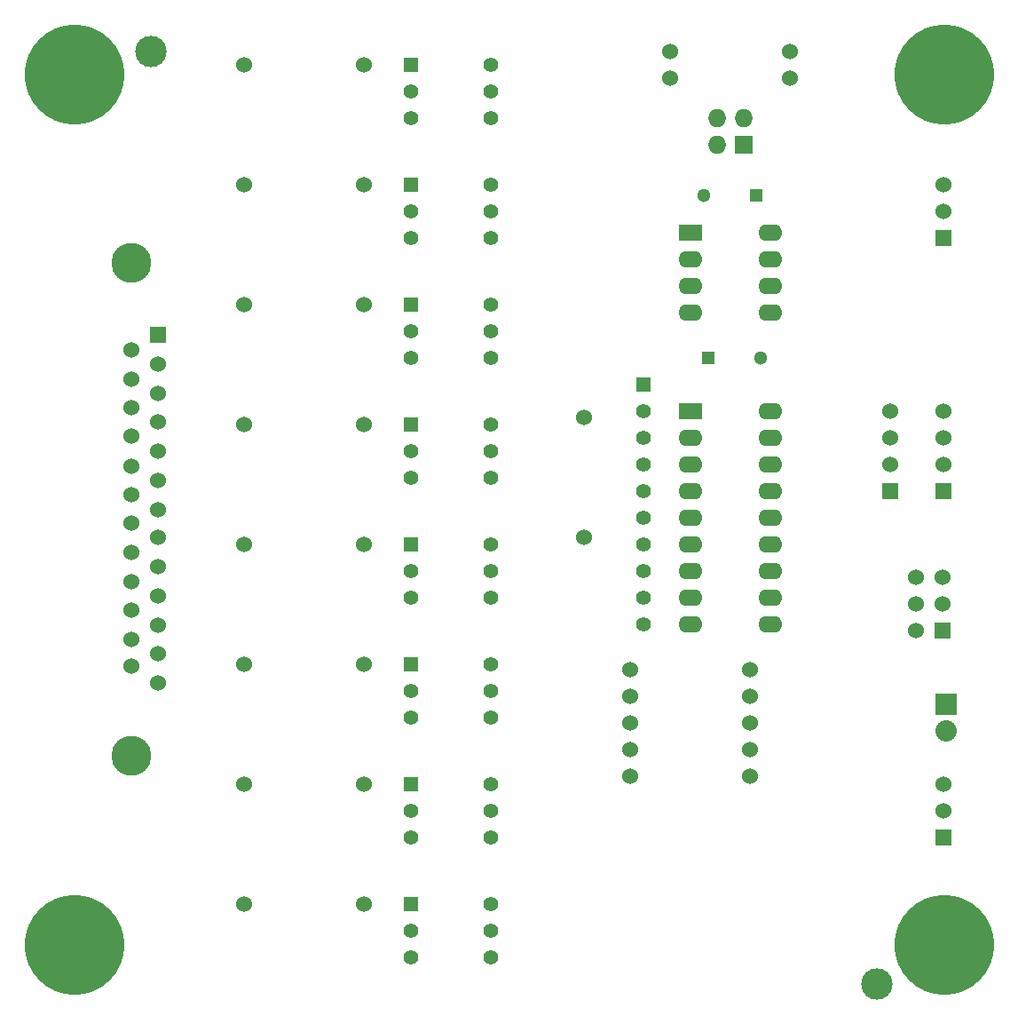
<source format=gts>
G04 #@! TF.FileFunction,Soldermask,Top*
%FSLAX46Y46*%
G04 Gerber Fmt 4.6, Leading zero omitted, Abs format (unit mm)*
G04 Created by KiCad (PCBNEW (after 2015-mar-04 BZR unknown)-product) date 4/26/2015 2:57:47 PM*
%MOMM*%
G01*
G04 APERTURE LIST*
%ADD10C,0.150000*%
%ADD11C,1.524000*%
%ADD12R,1.397000X1.397000*%
%ADD13C,1.397000*%
%ADD14C,3.810000*%
%ADD15R,1.524000X1.524000*%
%ADD16C,3.000000*%
%ADD17C,9.525000*%
%ADD18R,2.032000X2.032000*%
%ADD19O,2.032000X2.032000*%
%ADD20R,1.727200X1.727200*%
%ADD21O,1.727200X1.727200*%
%ADD22R,1.300000X1.300000*%
%ADD23C,1.300000*%
%ADD24R,2.286000X1.574800*%
%ADD25O,2.286000X1.574800*%
G04 APERTURE END LIST*
D10*
D11*
X177225000Y-142230000D03*
X188655000Y-142230000D03*
X177225000Y-165090000D03*
X188655000Y-165090000D03*
X177225000Y-153660000D03*
X188655000Y-153660000D03*
X177225000Y-130800000D03*
X188655000Y-130800000D03*
X177225000Y-119370000D03*
X188655000Y-119370000D03*
X177225000Y-107940000D03*
X188655000Y-107940000D03*
X177225000Y-96510000D03*
X188655000Y-96510000D03*
X177225000Y-85080000D03*
X188655000Y-85080000D03*
D12*
X193100000Y-85080000D03*
D13*
X193100000Y-87620000D03*
X193100000Y-90160000D03*
X200720000Y-90160000D03*
X200720000Y-87620000D03*
X200720000Y-85080000D03*
D12*
X193100000Y-165090000D03*
D13*
X193100000Y-167630000D03*
X193100000Y-170170000D03*
X200720000Y-170170000D03*
X200720000Y-167630000D03*
X200720000Y-165090000D03*
D12*
X193100000Y-153660000D03*
D13*
X193100000Y-156200000D03*
X193100000Y-158740000D03*
X200720000Y-158740000D03*
X200720000Y-156200000D03*
X200720000Y-153660000D03*
D12*
X193100000Y-142230000D03*
D13*
X193100000Y-144770000D03*
X193100000Y-147310000D03*
X200720000Y-147310000D03*
X200720000Y-144770000D03*
X200720000Y-142230000D03*
D12*
X193100000Y-130800000D03*
D13*
X193100000Y-133340000D03*
X193100000Y-135880000D03*
X200720000Y-135880000D03*
X200720000Y-133340000D03*
X200720000Y-130800000D03*
D12*
X193100000Y-119370000D03*
D13*
X193100000Y-121910000D03*
X193100000Y-124450000D03*
X200720000Y-124450000D03*
X200720000Y-121910000D03*
X200720000Y-119370000D03*
D12*
X193100000Y-107940000D03*
D13*
X193100000Y-110480000D03*
X193100000Y-113020000D03*
X200720000Y-113020000D03*
X200720000Y-110480000D03*
X200720000Y-107940000D03*
D12*
X193100000Y-96510000D03*
D13*
X193100000Y-99050000D03*
X193100000Y-101590000D03*
X200720000Y-101590000D03*
X200720000Y-99050000D03*
X200720000Y-96510000D03*
D14*
X166430000Y-104005000D03*
X166430000Y-150995000D03*
D11*
X168970000Y-144010000D03*
X168970000Y-141216000D03*
X168970000Y-138549000D03*
X168970000Y-135755000D03*
X168970000Y-132961000D03*
X168970000Y-130167000D03*
X168970000Y-127500000D03*
X168970000Y-124706000D03*
X168970000Y-121912000D03*
X168970000Y-119118000D03*
X168970000Y-116451000D03*
X168970000Y-113657000D03*
D15*
X168970000Y-110863000D03*
D11*
X166430000Y-142435200D03*
X166430000Y-139895200D03*
X166430000Y-137101200D03*
X166430000Y-134358000D03*
X166430000Y-131614800D03*
X166430000Y-128820800D03*
X166430000Y-126077600D03*
X166430000Y-123334400D03*
X166430000Y-120489600D03*
X166430000Y-117797200D03*
X166430000Y-115054000D03*
X166430000Y-112260000D03*
D15*
X243840000Y-139065000D03*
D11*
X241300000Y-139065000D03*
X243840000Y-136525000D03*
X241300000Y-136525000D03*
X243840000Y-133985000D03*
X241300000Y-133985000D03*
D12*
X215325000Y-115560000D03*
D13*
X215325000Y-118100000D03*
X215325000Y-120640000D03*
X215325000Y-123180000D03*
X215325000Y-125720000D03*
X215325000Y-128260000D03*
X215325000Y-130800000D03*
X215325000Y-133340000D03*
X215325000Y-135880000D03*
X215325000Y-138420000D03*
D16*
X168335000Y-83810000D03*
X237550000Y-172710000D03*
D15*
X238820000Y-125720000D03*
D11*
X238820000Y-123180000D03*
X238820000Y-120640000D03*
X238820000Y-118100000D03*
D17*
X244000000Y-169000000D03*
X244000000Y-86000000D03*
X161000000Y-169000000D03*
X161000000Y-86000000D03*
D15*
X243900000Y-125720000D03*
D11*
X243900000Y-123180000D03*
X243900000Y-120640000D03*
X243900000Y-118100000D03*
D15*
X243900000Y-158740000D03*
D11*
X243900000Y-156200000D03*
X243900000Y-153660000D03*
D15*
X243900000Y-101590000D03*
D11*
X243900000Y-99050000D03*
X243900000Y-96510000D03*
D18*
X244154000Y-146040000D03*
D19*
X244154000Y-148580000D03*
D11*
X214055000Y-145278000D03*
X225485000Y-145278000D03*
X214055000Y-147818000D03*
X225485000Y-147818000D03*
X214055000Y-150358000D03*
X225485000Y-150358000D03*
X209610000Y-118735000D03*
X209610000Y-130165000D03*
X214055000Y-142738000D03*
X225485000Y-142738000D03*
X214055000Y-152898000D03*
X225485000Y-152898000D03*
D20*
X224850000Y-92700000D03*
D21*
X222310000Y-92700000D03*
X224850000Y-90160000D03*
X222310000Y-90160000D03*
D11*
X229295000Y-83810000D03*
X217865000Y-83810000D03*
X229295000Y-86350000D03*
X217865000Y-86350000D03*
D22*
X226060000Y-97536000D03*
D23*
X221060000Y-97536000D03*
D22*
X221488000Y-113030000D03*
D23*
X226488000Y-113030000D03*
D24*
X219770000Y-101082000D03*
D25*
X219770000Y-103622000D03*
X219770000Y-106162000D03*
X219770000Y-108702000D03*
X227390000Y-108702000D03*
X227390000Y-106162000D03*
X227390000Y-103622000D03*
X227390000Y-101082000D03*
D24*
X219770000Y-118100000D03*
D25*
X219770000Y-120640000D03*
X219770000Y-123180000D03*
X219770000Y-125720000D03*
X219770000Y-128260000D03*
X219770000Y-130800000D03*
X219770000Y-133340000D03*
X219770000Y-135880000D03*
X219770000Y-138420000D03*
X227390000Y-138420000D03*
X227390000Y-135880000D03*
X227390000Y-133340000D03*
X227390000Y-130800000D03*
X227390000Y-128260000D03*
X227390000Y-125720000D03*
X227390000Y-123180000D03*
X227390000Y-120640000D03*
X227390000Y-118100000D03*
M02*

</source>
